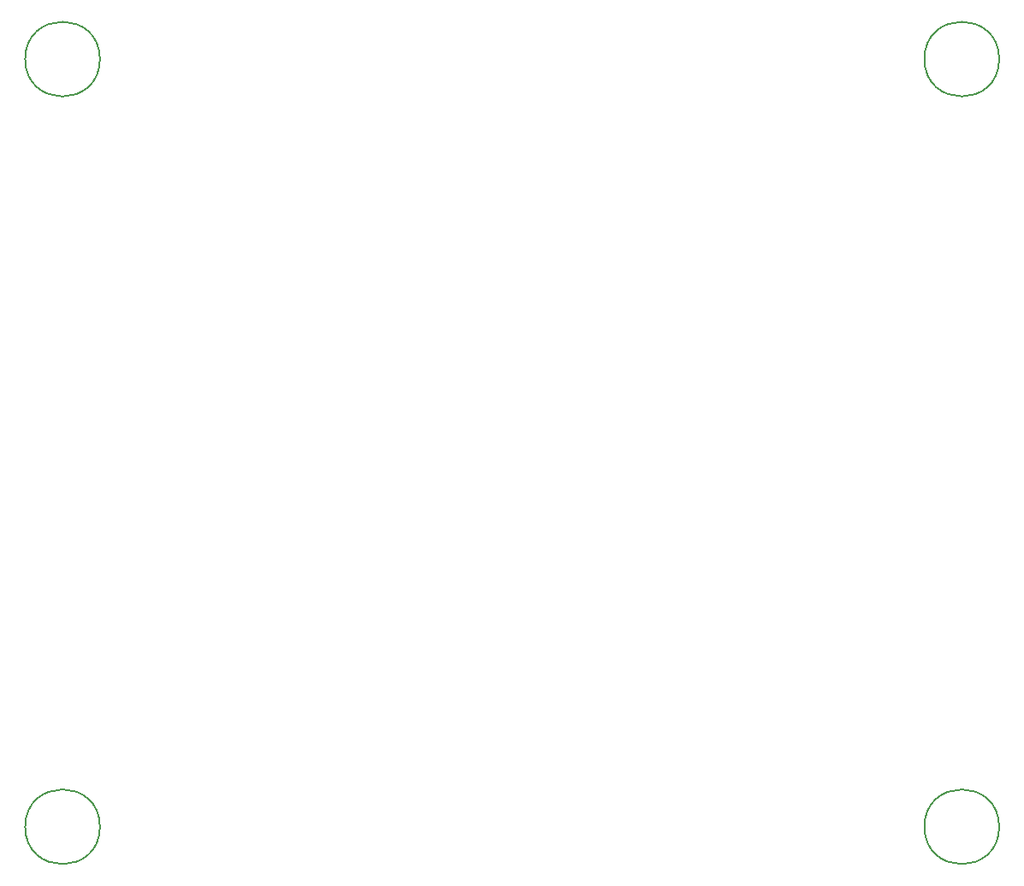
<source format=gbr>
%TF.GenerationSoftware,KiCad,Pcbnew,(6.0.7)*%
%TF.CreationDate,2022-09-14T00:34:43-04:00*%
%TF.ProjectId,Pi_Zero_24_Diff,50695f5a-6572-46f5-9f32-345f44696666,v1*%
%TF.SameCoordinates,Original*%
%TF.FileFunction,Other,Comment*%
%FSLAX46Y46*%
G04 Gerber Fmt 4.6, Leading zero omitted, Abs format (unit mm)*
G04 Created by KiCad (PCBNEW (6.0.7)) date 2022-09-14 00:34:43*
%MOMM*%
%LPD*%
G01*
G04 APERTURE LIST*
%ADD10C,0.150000*%
G04 APERTURE END LIST*
D10*
%TO.C,H3*%
X-1668400Y-11399100D02*
G75*
G03*
X-1668400Y-11399100I-3700000J0D01*
G01*
%TO.C,H4*%
X-90668400Y64600900D02*
G75*
G03*
X-90668400Y64600900I-3700000J0D01*
G01*
%TO.C,H5*%
X-1668400Y64600900D02*
G75*
G03*
X-1668400Y64600900I-3700000J0D01*
G01*
%TO.C,H2*%
X-90668400Y-11399100D02*
G75*
G03*
X-90668400Y-11399100I-3700000J0D01*
G01*
%TD*%
M02*

</source>
